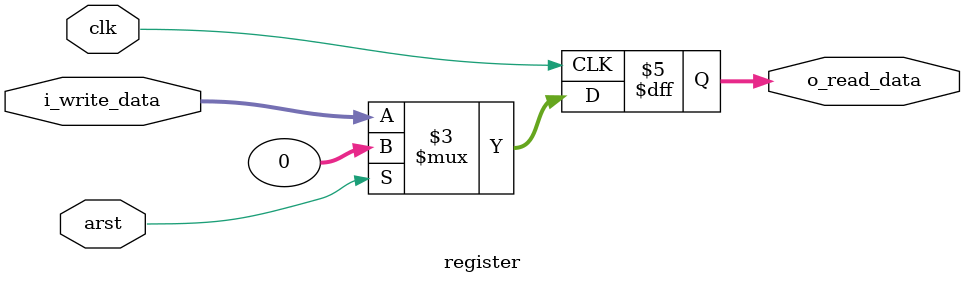
<source format=sv>
/* Copyright (c) 2024 Maveric NU. All rights reserved. */

// ----------------------------------------------------------------
// This is a nonarchitectural register without write enable signal.
// ----------------------------------------------------------------

module register
// Parameters.
#(
    parameter DATA_WIDTH = 32
)
// Port decleration.
(
    // Common clock & enable signal.
    input  logic                      clk,
    input  logic                      arst,

    //Input interface.
    input  logic [ DATA_WIDTH - 1:0 ] i_write_data,

    // Output interface.
    output logic [ DATA_WIDTH - 1:0 ] o_read_data
);

    // Write logic.
    always_ff @( posedge clk) begin
        if ( arst ) o_read_data <= '0;
        else o_read_data <= i_write_data;
    end

endmodule

</source>
